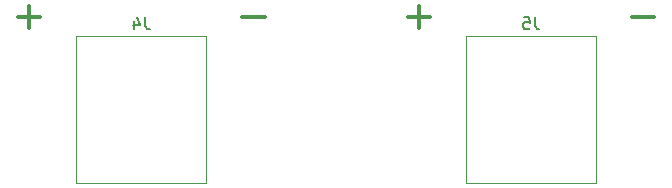
<source format=gbr>
G04 #@! TF.GenerationSoftware,KiCad,Pcbnew,(5.0.0-rc2-204-g01c2d93a8)*
G04 #@! TF.CreationDate,2018-06-27T22:36:21-05:00*
G04 #@! TF.ProjectId,hall-current-probe,68616C6C2D63757272656E742D70726F,rev?*
G04 #@! TF.SameCoordinates,Original*
G04 #@! TF.FileFunction,Legend,Bot*
G04 #@! TF.FilePolarity,Positive*
%FSLAX46Y46*%
G04 Gerber Fmt 4.6, Leading zero omitted, Abs format (unit mm)*
G04 Created by KiCad (PCBNEW (5.0.0-rc2-204-g01c2d93a8)) date Wed Jun 27 22:36:21 2018*
%MOMM*%
%LPD*%
G01*
G04 APERTURE LIST*
%ADD10C,0.300000*%
%ADD11C,0.050000*%
%ADD12C,0.150000*%
G04 APERTURE END LIST*
D10*
X58952380Y-16928571D02*
X57047619Y-16928571D01*
X25952380Y-16928571D02*
X24047619Y-16928571D01*
X39952380Y-16928571D02*
X38047619Y-16928571D01*
X39000000Y-17880952D02*
X39000000Y-15976190D01*
X6952380Y-16928571D02*
X5047619Y-16928571D01*
X6000000Y-17880952D02*
X6000000Y-15976190D01*
D11*
G04 #@! TO.C,J4*
X21000000Y-31000000D02*
X21000000Y-18500000D01*
X10000000Y-31000000D02*
X21000000Y-31000000D01*
X10000000Y-18500000D02*
X10000000Y-31000000D01*
X21000000Y-18500000D02*
X10000000Y-18500000D01*
G04 #@! TO.C,J5*
X54000000Y-18500000D02*
X43000000Y-18500000D01*
X43000000Y-18500000D02*
X43000000Y-31000000D01*
X43000000Y-31000000D02*
X54000000Y-31000000D01*
X54000000Y-31000000D02*
X54000000Y-18500000D01*
G04 #@! TO.C,J4*
D12*
X15833333Y-16952380D02*
X15833333Y-17666666D01*
X15880952Y-17809523D01*
X15976190Y-17904761D01*
X16119047Y-17952380D01*
X16214285Y-17952380D01*
X14928571Y-17285714D02*
X14928571Y-17952380D01*
X15166666Y-16904761D02*
X15404761Y-17619047D01*
X14785714Y-17619047D01*
G04 #@! TO.C,J5*
X48833333Y-16952380D02*
X48833333Y-17666666D01*
X48880952Y-17809523D01*
X48976190Y-17904761D01*
X49119047Y-17952380D01*
X49214285Y-17952380D01*
X47880952Y-16952380D02*
X48357142Y-16952380D01*
X48404761Y-17428571D01*
X48357142Y-17380952D01*
X48261904Y-17333333D01*
X48023809Y-17333333D01*
X47928571Y-17380952D01*
X47880952Y-17428571D01*
X47833333Y-17523809D01*
X47833333Y-17761904D01*
X47880952Y-17857142D01*
X47928571Y-17904761D01*
X48023809Y-17952380D01*
X48261904Y-17952380D01*
X48357142Y-17904761D01*
X48404761Y-17857142D01*
G04 #@! TD*
M02*

</source>
